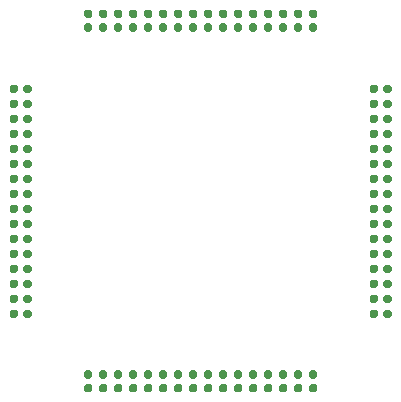
<source format=gbp>
%TF.GenerationSoftware,KiCad,Pcbnew,5.1.10*%
%TF.CreationDate,2021-10-22T01:17:49+03:00*%
%TF.ProjectId,breakouts_qfp,62726561-6b6f-4757-9473-5f7166702e6b,rev?*%
%TF.SameCoordinates,Original*%
%TF.FileFunction,Paste,Bot*%
%TF.FilePolarity,Positive*%
%FSLAX46Y46*%
G04 Gerber Fmt 4.6, Leading zero omitted, Abs format (unit mm)*
G04 Created by KiCad (PCBNEW 5.1.10) date 2021-10-22 01:17:49*
%MOMM*%
%LPD*%
G01*
G04 APERTURE LIST*
G04 APERTURE END LIST*
%TO.C,JP64*%
G36*
G01*
X140490000Y-86160000D02*
X140180000Y-86160000D01*
G75*
G02*
X140025000Y-86005000I0J155000D01*
G01*
X140025000Y-85580000D01*
G75*
G02*
X140180000Y-85425000I155000J0D01*
G01*
X140490000Y-85425000D01*
G75*
G02*
X140645000Y-85580000I0J-155000D01*
G01*
X140645000Y-86005000D01*
G75*
G02*
X140490000Y-86160000I-155000J0D01*
G01*
G37*
G36*
G01*
X140490000Y-87295000D02*
X140180000Y-87295000D01*
G75*
G02*
X140025000Y-87140000I0J155000D01*
G01*
X140025000Y-86715000D01*
G75*
G02*
X140180000Y-86560000I155000J0D01*
G01*
X140490000Y-86560000D01*
G75*
G02*
X140645000Y-86715000I0J-155000D01*
G01*
X140645000Y-87140000D01*
G75*
G02*
X140490000Y-87295000I-155000J0D01*
G01*
G37*
%TD*%
%TO.C,JP63*%
G36*
G01*
X139220000Y-86160000D02*
X138910000Y-86160000D01*
G75*
G02*
X138755000Y-86005000I0J155000D01*
G01*
X138755000Y-85580000D01*
G75*
G02*
X138910000Y-85425000I155000J0D01*
G01*
X139220000Y-85425000D01*
G75*
G02*
X139375000Y-85580000I0J-155000D01*
G01*
X139375000Y-86005000D01*
G75*
G02*
X139220000Y-86160000I-155000J0D01*
G01*
G37*
G36*
G01*
X139220000Y-87295000D02*
X138910000Y-87295000D01*
G75*
G02*
X138755000Y-87140000I0J155000D01*
G01*
X138755000Y-86715000D01*
G75*
G02*
X138910000Y-86560000I155000J0D01*
G01*
X139220000Y-86560000D01*
G75*
G02*
X139375000Y-86715000I0J-155000D01*
G01*
X139375000Y-87140000D01*
G75*
G02*
X139220000Y-87295000I-155000J0D01*
G01*
G37*
%TD*%
%TO.C,JP62*%
G36*
G01*
X137950000Y-86160000D02*
X137640000Y-86160000D01*
G75*
G02*
X137485000Y-86005000I0J155000D01*
G01*
X137485000Y-85580000D01*
G75*
G02*
X137640000Y-85425000I155000J0D01*
G01*
X137950000Y-85425000D01*
G75*
G02*
X138105000Y-85580000I0J-155000D01*
G01*
X138105000Y-86005000D01*
G75*
G02*
X137950000Y-86160000I-155000J0D01*
G01*
G37*
G36*
G01*
X137950000Y-87295000D02*
X137640000Y-87295000D01*
G75*
G02*
X137485000Y-87140000I0J155000D01*
G01*
X137485000Y-86715000D01*
G75*
G02*
X137640000Y-86560000I155000J0D01*
G01*
X137950000Y-86560000D01*
G75*
G02*
X138105000Y-86715000I0J-155000D01*
G01*
X138105000Y-87140000D01*
G75*
G02*
X137950000Y-87295000I-155000J0D01*
G01*
G37*
%TD*%
%TO.C,JP61*%
G36*
G01*
X136680000Y-86160000D02*
X136370000Y-86160000D01*
G75*
G02*
X136215000Y-86005000I0J155000D01*
G01*
X136215000Y-85580000D01*
G75*
G02*
X136370000Y-85425000I155000J0D01*
G01*
X136680000Y-85425000D01*
G75*
G02*
X136835000Y-85580000I0J-155000D01*
G01*
X136835000Y-86005000D01*
G75*
G02*
X136680000Y-86160000I-155000J0D01*
G01*
G37*
G36*
G01*
X136680000Y-87295000D02*
X136370000Y-87295000D01*
G75*
G02*
X136215000Y-87140000I0J155000D01*
G01*
X136215000Y-86715000D01*
G75*
G02*
X136370000Y-86560000I155000J0D01*
G01*
X136680000Y-86560000D01*
G75*
G02*
X136835000Y-86715000I0J-155000D01*
G01*
X136835000Y-87140000D01*
G75*
G02*
X136680000Y-87295000I-155000J0D01*
G01*
G37*
%TD*%
%TO.C,JP60*%
G36*
G01*
X135410000Y-86160000D02*
X135100000Y-86160000D01*
G75*
G02*
X134945000Y-86005000I0J155000D01*
G01*
X134945000Y-85580000D01*
G75*
G02*
X135100000Y-85425000I155000J0D01*
G01*
X135410000Y-85425000D01*
G75*
G02*
X135565000Y-85580000I0J-155000D01*
G01*
X135565000Y-86005000D01*
G75*
G02*
X135410000Y-86160000I-155000J0D01*
G01*
G37*
G36*
G01*
X135410000Y-87295000D02*
X135100000Y-87295000D01*
G75*
G02*
X134945000Y-87140000I0J155000D01*
G01*
X134945000Y-86715000D01*
G75*
G02*
X135100000Y-86560000I155000J0D01*
G01*
X135410000Y-86560000D01*
G75*
G02*
X135565000Y-86715000I0J-155000D01*
G01*
X135565000Y-87140000D01*
G75*
G02*
X135410000Y-87295000I-155000J0D01*
G01*
G37*
%TD*%
%TO.C,JP59*%
G36*
G01*
X134140000Y-86160000D02*
X133830000Y-86160000D01*
G75*
G02*
X133675000Y-86005000I0J155000D01*
G01*
X133675000Y-85580000D01*
G75*
G02*
X133830000Y-85425000I155000J0D01*
G01*
X134140000Y-85425000D01*
G75*
G02*
X134295000Y-85580000I0J-155000D01*
G01*
X134295000Y-86005000D01*
G75*
G02*
X134140000Y-86160000I-155000J0D01*
G01*
G37*
G36*
G01*
X134140000Y-87295000D02*
X133830000Y-87295000D01*
G75*
G02*
X133675000Y-87140000I0J155000D01*
G01*
X133675000Y-86715000D01*
G75*
G02*
X133830000Y-86560000I155000J0D01*
G01*
X134140000Y-86560000D01*
G75*
G02*
X134295000Y-86715000I0J-155000D01*
G01*
X134295000Y-87140000D01*
G75*
G02*
X134140000Y-87295000I-155000J0D01*
G01*
G37*
%TD*%
%TO.C,JP58*%
G36*
G01*
X132870000Y-86160000D02*
X132560000Y-86160000D01*
G75*
G02*
X132405000Y-86005000I0J155000D01*
G01*
X132405000Y-85580000D01*
G75*
G02*
X132560000Y-85425000I155000J0D01*
G01*
X132870000Y-85425000D01*
G75*
G02*
X133025000Y-85580000I0J-155000D01*
G01*
X133025000Y-86005000D01*
G75*
G02*
X132870000Y-86160000I-155000J0D01*
G01*
G37*
G36*
G01*
X132870000Y-87295000D02*
X132560000Y-87295000D01*
G75*
G02*
X132405000Y-87140000I0J155000D01*
G01*
X132405000Y-86715000D01*
G75*
G02*
X132560000Y-86560000I155000J0D01*
G01*
X132870000Y-86560000D01*
G75*
G02*
X133025000Y-86715000I0J-155000D01*
G01*
X133025000Y-87140000D01*
G75*
G02*
X132870000Y-87295000I-155000J0D01*
G01*
G37*
%TD*%
%TO.C,JP57*%
G36*
G01*
X131600000Y-86160000D02*
X131290000Y-86160000D01*
G75*
G02*
X131135000Y-86005000I0J155000D01*
G01*
X131135000Y-85580000D01*
G75*
G02*
X131290000Y-85425000I155000J0D01*
G01*
X131600000Y-85425000D01*
G75*
G02*
X131755000Y-85580000I0J-155000D01*
G01*
X131755000Y-86005000D01*
G75*
G02*
X131600000Y-86160000I-155000J0D01*
G01*
G37*
G36*
G01*
X131600000Y-87295000D02*
X131290000Y-87295000D01*
G75*
G02*
X131135000Y-87140000I0J155000D01*
G01*
X131135000Y-86715000D01*
G75*
G02*
X131290000Y-86560000I155000J0D01*
G01*
X131600000Y-86560000D01*
G75*
G02*
X131755000Y-86715000I0J-155000D01*
G01*
X131755000Y-87140000D01*
G75*
G02*
X131600000Y-87295000I-155000J0D01*
G01*
G37*
%TD*%
%TO.C,JP56*%
G36*
G01*
X130330000Y-86160000D02*
X130020000Y-86160000D01*
G75*
G02*
X129865000Y-86005000I0J155000D01*
G01*
X129865000Y-85580000D01*
G75*
G02*
X130020000Y-85425000I155000J0D01*
G01*
X130330000Y-85425000D01*
G75*
G02*
X130485000Y-85580000I0J-155000D01*
G01*
X130485000Y-86005000D01*
G75*
G02*
X130330000Y-86160000I-155000J0D01*
G01*
G37*
G36*
G01*
X130330000Y-87295000D02*
X130020000Y-87295000D01*
G75*
G02*
X129865000Y-87140000I0J155000D01*
G01*
X129865000Y-86715000D01*
G75*
G02*
X130020000Y-86560000I155000J0D01*
G01*
X130330000Y-86560000D01*
G75*
G02*
X130485000Y-86715000I0J-155000D01*
G01*
X130485000Y-87140000D01*
G75*
G02*
X130330000Y-87295000I-155000J0D01*
G01*
G37*
%TD*%
%TO.C,JP55*%
G36*
G01*
X129060000Y-86160000D02*
X128750000Y-86160000D01*
G75*
G02*
X128595000Y-86005000I0J155000D01*
G01*
X128595000Y-85580000D01*
G75*
G02*
X128750000Y-85425000I155000J0D01*
G01*
X129060000Y-85425000D01*
G75*
G02*
X129215000Y-85580000I0J-155000D01*
G01*
X129215000Y-86005000D01*
G75*
G02*
X129060000Y-86160000I-155000J0D01*
G01*
G37*
G36*
G01*
X129060000Y-87295000D02*
X128750000Y-87295000D01*
G75*
G02*
X128595000Y-87140000I0J155000D01*
G01*
X128595000Y-86715000D01*
G75*
G02*
X128750000Y-86560000I155000J0D01*
G01*
X129060000Y-86560000D01*
G75*
G02*
X129215000Y-86715000I0J-155000D01*
G01*
X129215000Y-87140000D01*
G75*
G02*
X129060000Y-87295000I-155000J0D01*
G01*
G37*
%TD*%
%TO.C,JP54*%
G36*
G01*
X127790000Y-86160000D02*
X127480000Y-86160000D01*
G75*
G02*
X127325000Y-86005000I0J155000D01*
G01*
X127325000Y-85580000D01*
G75*
G02*
X127480000Y-85425000I155000J0D01*
G01*
X127790000Y-85425000D01*
G75*
G02*
X127945000Y-85580000I0J-155000D01*
G01*
X127945000Y-86005000D01*
G75*
G02*
X127790000Y-86160000I-155000J0D01*
G01*
G37*
G36*
G01*
X127790000Y-87295000D02*
X127480000Y-87295000D01*
G75*
G02*
X127325000Y-87140000I0J155000D01*
G01*
X127325000Y-86715000D01*
G75*
G02*
X127480000Y-86560000I155000J0D01*
G01*
X127790000Y-86560000D01*
G75*
G02*
X127945000Y-86715000I0J-155000D01*
G01*
X127945000Y-87140000D01*
G75*
G02*
X127790000Y-87295000I-155000J0D01*
G01*
G37*
%TD*%
%TO.C,JP53*%
G36*
G01*
X126520000Y-86160000D02*
X126210000Y-86160000D01*
G75*
G02*
X126055000Y-86005000I0J155000D01*
G01*
X126055000Y-85580000D01*
G75*
G02*
X126210000Y-85425000I155000J0D01*
G01*
X126520000Y-85425000D01*
G75*
G02*
X126675000Y-85580000I0J-155000D01*
G01*
X126675000Y-86005000D01*
G75*
G02*
X126520000Y-86160000I-155000J0D01*
G01*
G37*
G36*
G01*
X126520000Y-87295000D02*
X126210000Y-87295000D01*
G75*
G02*
X126055000Y-87140000I0J155000D01*
G01*
X126055000Y-86715000D01*
G75*
G02*
X126210000Y-86560000I155000J0D01*
G01*
X126520000Y-86560000D01*
G75*
G02*
X126675000Y-86715000I0J-155000D01*
G01*
X126675000Y-87140000D01*
G75*
G02*
X126520000Y-87295000I-155000J0D01*
G01*
G37*
%TD*%
%TO.C,JP52*%
G36*
G01*
X125250000Y-86160000D02*
X124940000Y-86160000D01*
G75*
G02*
X124785000Y-86005000I0J155000D01*
G01*
X124785000Y-85580000D01*
G75*
G02*
X124940000Y-85425000I155000J0D01*
G01*
X125250000Y-85425000D01*
G75*
G02*
X125405000Y-85580000I0J-155000D01*
G01*
X125405000Y-86005000D01*
G75*
G02*
X125250000Y-86160000I-155000J0D01*
G01*
G37*
G36*
G01*
X125250000Y-87295000D02*
X124940000Y-87295000D01*
G75*
G02*
X124785000Y-87140000I0J155000D01*
G01*
X124785000Y-86715000D01*
G75*
G02*
X124940000Y-86560000I155000J0D01*
G01*
X125250000Y-86560000D01*
G75*
G02*
X125405000Y-86715000I0J-155000D01*
G01*
X125405000Y-87140000D01*
G75*
G02*
X125250000Y-87295000I-155000J0D01*
G01*
G37*
%TD*%
%TO.C,JP51*%
G36*
G01*
X123980000Y-86160000D02*
X123670000Y-86160000D01*
G75*
G02*
X123515000Y-86005000I0J155000D01*
G01*
X123515000Y-85580000D01*
G75*
G02*
X123670000Y-85425000I155000J0D01*
G01*
X123980000Y-85425000D01*
G75*
G02*
X124135000Y-85580000I0J-155000D01*
G01*
X124135000Y-86005000D01*
G75*
G02*
X123980000Y-86160000I-155000J0D01*
G01*
G37*
G36*
G01*
X123980000Y-87295000D02*
X123670000Y-87295000D01*
G75*
G02*
X123515000Y-87140000I0J155000D01*
G01*
X123515000Y-86715000D01*
G75*
G02*
X123670000Y-86560000I155000J0D01*
G01*
X123980000Y-86560000D01*
G75*
G02*
X124135000Y-86715000I0J-155000D01*
G01*
X124135000Y-87140000D01*
G75*
G02*
X123980000Y-87295000I-155000J0D01*
G01*
G37*
%TD*%
%TO.C,JP50*%
G36*
G01*
X122710000Y-86160000D02*
X122400000Y-86160000D01*
G75*
G02*
X122245000Y-86005000I0J155000D01*
G01*
X122245000Y-85580000D01*
G75*
G02*
X122400000Y-85425000I155000J0D01*
G01*
X122710000Y-85425000D01*
G75*
G02*
X122865000Y-85580000I0J-155000D01*
G01*
X122865000Y-86005000D01*
G75*
G02*
X122710000Y-86160000I-155000J0D01*
G01*
G37*
G36*
G01*
X122710000Y-87295000D02*
X122400000Y-87295000D01*
G75*
G02*
X122245000Y-87140000I0J155000D01*
G01*
X122245000Y-86715000D01*
G75*
G02*
X122400000Y-86560000I155000J0D01*
G01*
X122710000Y-86560000D01*
G75*
G02*
X122865000Y-86715000I0J-155000D01*
G01*
X122865000Y-87140000D01*
G75*
G02*
X122710000Y-87295000I-155000J0D01*
G01*
G37*
%TD*%
%TO.C,JP49*%
G36*
G01*
X121440000Y-86160000D02*
X121130000Y-86160000D01*
G75*
G02*
X120975000Y-86005000I0J155000D01*
G01*
X120975000Y-85580000D01*
G75*
G02*
X121130000Y-85425000I155000J0D01*
G01*
X121440000Y-85425000D01*
G75*
G02*
X121595000Y-85580000I0J-155000D01*
G01*
X121595000Y-86005000D01*
G75*
G02*
X121440000Y-86160000I-155000J0D01*
G01*
G37*
G36*
G01*
X121440000Y-87295000D02*
X121130000Y-87295000D01*
G75*
G02*
X120975000Y-87140000I0J155000D01*
G01*
X120975000Y-86715000D01*
G75*
G02*
X121130000Y-86560000I155000J0D01*
G01*
X121440000Y-86560000D01*
G75*
G02*
X121595000Y-86715000I0J-155000D01*
G01*
X121595000Y-87140000D01*
G75*
G02*
X121440000Y-87295000I-155000J0D01*
G01*
G37*
%TD*%
%TO.C,JP48*%
G36*
G01*
X145850000Y-80490000D02*
X145850000Y-80800000D01*
G75*
G02*
X145695000Y-80955000I-155000J0D01*
G01*
X145270000Y-80955000D01*
G75*
G02*
X145115000Y-80800000I0J155000D01*
G01*
X145115000Y-80490000D01*
G75*
G02*
X145270000Y-80335000I155000J0D01*
G01*
X145695000Y-80335000D01*
G75*
G02*
X145850000Y-80490000I0J-155000D01*
G01*
G37*
G36*
G01*
X146985000Y-80490000D02*
X146985000Y-80800000D01*
G75*
G02*
X146830000Y-80955000I-155000J0D01*
G01*
X146405000Y-80955000D01*
G75*
G02*
X146250000Y-80800000I0J155000D01*
G01*
X146250000Y-80490000D01*
G75*
G02*
X146405000Y-80335000I155000J0D01*
G01*
X146830000Y-80335000D01*
G75*
G02*
X146985000Y-80490000I0J-155000D01*
G01*
G37*
%TD*%
%TO.C,JP47*%
G36*
G01*
X115770000Y-80800000D02*
X115770000Y-80490000D01*
G75*
G02*
X115925000Y-80335000I155000J0D01*
G01*
X116350000Y-80335000D01*
G75*
G02*
X116505000Y-80490000I0J-155000D01*
G01*
X116505000Y-80800000D01*
G75*
G02*
X116350000Y-80955000I-155000J0D01*
G01*
X115925000Y-80955000D01*
G75*
G02*
X115770000Y-80800000I0J155000D01*
G01*
G37*
G36*
G01*
X114635000Y-80800000D02*
X114635000Y-80490000D01*
G75*
G02*
X114790000Y-80335000I155000J0D01*
G01*
X115215000Y-80335000D01*
G75*
G02*
X115370000Y-80490000I0J-155000D01*
G01*
X115370000Y-80800000D01*
G75*
G02*
X115215000Y-80955000I-155000J0D01*
G01*
X114790000Y-80955000D01*
G75*
G02*
X114635000Y-80800000I0J155000D01*
G01*
G37*
%TD*%
%TO.C,JP46*%
G36*
G01*
X145850000Y-79220000D02*
X145850000Y-79530000D01*
G75*
G02*
X145695000Y-79685000I-155000J0D01*
G01*
X145270000Y-79685000D01*
G75*
G02*
X145115000Y-79530000I0J155000D01*
G01*
X145115000Y-79220000D01*
G75*
G02*
X145270000Y-79065000I155000J0D01*
G01*
X145695000Y-79065000D01*
G75*
G02*
X145850000Y-79220000I0J-155000D01*
G01*
G37*
G36*
G01*
X146985000Y-79220000D02*
X146985000Y-79530000D01*
G75*
G02*
X146830000Y-79685000I-155000J0D01*
G01*
X146405000Y-79685000D01*
G75*
G02*
X146250000Y-79530000I0J155000D01*
G01*
X146250000Y-79220000D01*
G75*
G02*
X146405000Y-79065000I155000J0D01*
G01*
X146830000Y-79065000D01*
G75*
G02*
X146985000Y-79220000I0J-155000D01*
G01*
G37*
%TD*%
%TO.C,JP45*%
G36*
G01*
X115770000Y-79530000D02*
X115770000Y-79220000D01*
G75*
G02*
X115925000Y-79065000I155000J0D01*
G01*
X116350000Y-79065000D01*
G75*
G02*
X116505000Y-79220000I0J-155000D01*
G01*
X116505000Y-79530000D01*
G75*
G02*
X116350000Y-79685000I-155000J0D01*
G01*
X115925000Y-79685000D01*
G75*
G02*
X115770000Y-79530000I0J155000D01*
G01*
G37*
G36*
G01*
X114635000Y-79530000D02*
X114635000Y-79220000D01*
G75*
G02*
X114790000Y-79065000I155000J0D01*
G01*
X115215000Y-79065000D01*
G75*
G02*
X115370000Y-79220000I0J-155000D01*
G01*
X115370000Y-79530000D01*
G75*
G02*
X115215000Y-79685000I-155000J0D01*
G01*
X114790000Y-79685000D01*
G75*
G02*
X114635000Y-79530000I0J155000D01*
G01*
G37*
%TD*%
%TO.C,JP44*%
G36*
G01*
X145850000Y-77950000D02*
X145850000Y-78260000D01*
G75*
G02*
X145695000Y-78415000I-155000J0D01*
G01*
X145270000Y-78415000D01*
G75*
G02*
X145115000Y-78260000I0J155000D01*
G01*
X145115000Y-77950000D01*
G75*
G02*
X145270000Y-77795000I155000J0D01*
G01*
X145695000Y-77795000D01*
G75*
G02*
X145850000Y-77950000I0J-155000D01*
G01*
G37*
G36*
G01*
X146985000Y-77950000D02*
X146985000Y-78260000D01*
G75*
G02*
X146830000Y-78415000I-155000J0D01*
G01*
X146405000Y-78415000D01*
G75*
G02*
X146250000Y-78260000I0J155000D01*
G01*
X146250000Y-77950000D01*
G75*
G02*
X146405000Y-77795000I155000J0D01*
G01*
X146830000Y-77795000D01*
G75*
G02*
X146985000Y-77950000I0J-155000D01*
G01*
G37*
%TD*%
%TO.C,JP43*%
G36*
G01*
X115770000Y-78260000D02*
X115770000Y-77950000D01*
G75*
G02*
X115925000Y-77795000I155000J0D01*
G01*
X116350000Y-77795000D01*
G75*
G02*
X116505000Y-77950000I0J-155000D01*
G01*
X116505000Y-78260000D01*
G75*
G02*
X116350000Y-78415000I-155000J0D01*
G01*
X115925000Y-78415000D01*
G75*
G02*
X115770000Y-78260000I0J155000D01*
G01*
G37*
G36*
G01*
X114635000Y-78260000D02*
X114635000Y-77950000D01*
G75*
G02*
X114790000Y-77795000I155000J0D01*
G01*
X115215000Y-77795000D01*
G75*
G02*
X115370000Y-77950000I0J-155000D01*
G01*
X115370000Y-78260000D01*
G75*
G02*
X115215000Y-78415000I-155000J0D01*
G01*
X114790000Y-78415000D01*
G75*
G02*
X114635000Y-78260000I0J155000D01*
G01*
G37*
%TD*%
%TO.C,JP42*%
G36*
G01*
X145850000Y-76680000D02*
X145850000Y-76990000D01*
G75*
G02*
X145695000Y-77145000I-155000J0D01*
G01*
X145270000Y-77145000D01*
G75*
G02*
X145115000Y-76990000I0J155000D01*
G01*
X145115000Y-76680000D01*
G75*
G02*
X145270000Y-76525000I155000J0D01*
G01*
X145695000Y-76525000D01*
G75*
G02*
X145850000Y-76680000I0J-155000D01*
G01*
G37*
G36*
G01*
X146985000Y-76680000D02*
X146985000Y-76990000D01*
G75*
G02*
X146830000Y-77145000I-155000J0D01*
G01*
X146405000Y-77145000D01*
G75*
G02*
X146250000Y-76990000I0J155000D01*
G01*
X146250000Y-76680000D01*
G75*
G02*
X146405000Y-76525000I155000J0D01*
G01*
X146830000Y-76525000D01*
G75*
G02*
X146985000Y-76680000I0J-155000D01*
G01*
G37*
%TD*%
%TO.C,JP41*%
G36*
G01*
X115770000Y-76990000D02*
X115770000Y-76680000D01*
G75*
G02*
X115925000Y-76525000I155000J0D01*
G01*
X116350000Y-76525000D01*
G75*
G02*
X116505000Y-76680000I0J-155000D01*
G01*
X116505000Y-76990000D01*
G75*
G02*
X116350000Y-77145000I-155000J0D01*
G01*
X115925000Y-77145000D01*
G75*
G02*
X115770000Y-76990000I0J155000D01*
G01*
G37*
G36*
G01*
X114635000Y-76990000D02*
X114635000Y-76680000D01*
G75*
G02*
X114790000Y-76525000I155000J0D01*
G01*
X115215000Y-76525000D01*
G75*
G02*
X115370000Y-76680000I0J-155000D01*
G01*
X115370000Y-76990000D01*
G75*
G02*
X115215000Y-77145000I-155000J0D01*
G01*
X114790000Y-77145000D01*
G75*
G02*
X114635000Y-76990000I0J155000D01*
G01*
G37*
%TD*%
%TO.C,JP40*%
G36*
G01*
X145850000Y-75410000D02*
X145850000Y-75720000D01*
G75*
G02*
X145695000Y-75875000I-155000J0D01*
G01*
X145270000Y-75875000D01*
G75*
G02*
X145115000Y-75720000I0J155000D01*
G01*
X145115000Y-75410000D01*
G75*
G02*
X145270000Y-75255000I155000J0D01*
G01*
X145695000Y-75255000D01*
G75*
G02*
X145850000Y-75410000I0J-155000D01*
G01*
G37*
G36*
G01*
X146985000Y-75410000D02*
X146985000Y-75720000D01*
G75*
G02*
X146830000Y-75875000I-155000J0D01*
G01*
X146405000Y-75875000D01*
G75*
G02*
X146250000Y-75720000I0J155000D01*
G01*
X146250000Y-75410000D01*
G75*
G02*
X146405000Y-75255000I155000J0D01*
G01*
X146830000Y-75255000D01*
G75*
G02*
X146985000Y-75410000I0J-155000D01*
G01*
G37*
%TD*%
%TO.C,JP39*%
G36*
G01*
X115770000Y-75720000D02*
X115770000Y-75410000D01*
G75*
G02*
X115925000Y-75255000I155000J0D01*
G01*
X116350000Y-75255000D01*
G75*
G02*
X116505000Y-75410000I0J-155000D01*
G01*
X116505000Y-75720000D01*
G75*
G02*
X116350000Y-75875000I-155000J0D01*
G01*
X115925000Y-75875000D01*
G75*
G02*
X115770000Y-75720000I0J155000D01*
G01*
G37*
G36*
G01*
X114635000Y-75720000D02*
X114635000Y-75410000D01*
G75*
G02*
X114790000Y-75255000I155000J0D01*
G01*
X115215000Y-75255000D01*
G75*
G02*
X115370000Y-75410000I0J-155000D01*
G01*
X115370000Y-75720000D01*
G75*
G02*
X115215000Y-75875000I-155000J0D01*
G01*
X114790000Y-75875000D01*
G75*
G02*
X114635000Y-75720000I0J155000D01*
G01*
G37*
%TD*%
%TO.C,JP38*%
G36*
G01*
X145850000Y-74140000D02*
X145850000Y-74450000D01*
G75*
G02*
X145695000Y-74605000I-155000J0D01*
G01*
X145270000Y-74605000D01*
G75*
G02*
X145115000Y-74450000I0J155000D01*
G01*
X145115000Y-74140000D01*
G75*
G02*
X145270000Y-73985000I155000J0D01*
G01*
X145695000Y-73985000D01*
G75*
G02*
X145850000Y-74140000I0J-155000D01*
G01*
G37*
G36*
G01*
X146985000Y-74140000D02*
X146985000Y-74450000D01*
G75*
G02*
X146830000Y-74605000I-155000J0D01*
G01*
X146405000Y-74605000D01*
G75*
G02*
X146250000Y-74450000I0J155000D01*
G01*
X146250000Y-74140000D01*
G75*
G02*
X146405000Y-73985000I155000J0D01*
G01*
X146830000Y-73985000D01*
G75*
G02*
X146985000Y-74140000I0J-155000D01*
G01*
G37*
%TD*%
%TO.C,JP37*%
G36*
G01*
X115770000Y-74450000D02*
X115770000Y-74140000D01*
G75*
G02*
X115925000Y-73985000I155000J0D01*
G01*
X116350000Y-73985000D01*
G75*
G02*
X116505000Y-74140000I0J-155000D01*
G01*
X116505000Y-74450000D01*
G75*
G02*
X116350000Y-74605000I-155000J0D01*
G01*
X115925000Y-74605000D01*
G75*
G02*
X115770000Y-74450000I0J155000D01*
G01*
G37*
G36*
G01*
X114635000Y-74450000D02*
X114635000Y-74140000D01*
G75*
G02*
X114790000Y-73985000I155000J0D01*
G01*
X115215000Y-73985000D01*
G75*
G02*
X115370000Y-74140000I0J-155000D01*
G01*
X115370000Y-74450000D01*
G75*
G02*
X115215000Y-74605000I-155000J0D01*
G01*
X114790000Y-74605000D01*
G75*
G02*
X114635000Y-74450000I0J155000D01*
G01*
G37*
%TD*%
%TO.C,JP36*%
G36*
G01*
X145850000Y-72870000D02*
X145850000Y-73180000D01*
G75*
G02*
X145695000Y-73335000I-155000J0D01*
G01*
X145270000Y-73335000D01*
G75*
G02*
X145115000Y-73180000I0J155000D01*
G01*
X145115000Y-72870000D01*
G75*
G02*
X145270000Y-72715000I155000J0D01*
G01*
X145695000Y-72715000D01*
G75*
G02*
X145850000Y-72870000I0J-155000D01*
G01*
G37*
G36*
G01*
X146985000Y-72870000D02*
X146985000Y-73180000D01*
G75*
G02*
X146830000Y-73335000I-155000J0D01*
G01*
X146405000Y-73335000D01*
G75*
G02*
X146250000Y-73180000I0J155000D01*
G01*
X146250000Y-72870000D01*
G75*
G02*
X146405000Y-72715000I155000J0D01*
G01*
X146830000Y-72715000D01*
G75*
G02*
X146985000Y-72870000I0J-155000D01*
G01*
G37*
%TD*%
%TO.C,JP35*%
G36*
G01*
X115770000Y-73180000D02*
X115770000Y-72870000D01*
G75*
G02*
X115925000Y-72715000I155000J0D01*
G01*
X116350000Y-72715000D01*
G75*
G02*
X116505000Y-72870000I0J-155000D01*
G01*
X116505000Y-73180000D01*
G75*
G02*
X116350000Y-73335000I-155000J0D01*
G01*
X115925000Y-73335000D01*
G75*
G02*
X115770000Y-73180000I0J155000D01*
G01*
G37*
G36*
G01*
X114635000Y-73180000D02*
X114635000Y-72870000D01*
G75*
G02*
X114790000Y-72715000I155000J0D01*
G01*
X115215000Y-72715000D01*
G75*
G02*
X115370000Y-72870000I0J-155000D01*
G01*
X115370000Y-73180000D01*
G75*
G02*
X115215000Y-73335000I-155000J0D01*
G01*
X114790000Y-73335000D01*
G75*
G02*
X114635000Y-73180000I0J155000D01*
G01*
G37*
%TD*%
%TO.C,JP34*%
G36*
G01*
X145850000Y-71600000D02*
X145850000Y-71910000D01*
G75*
G02*
X145695000Y-72065000I-155000J0D01*
G01*
X145270000Y-72065000D01*
G75*
G02*
X145115000Y-71910000I0J155000D01*
G01*
X145115000Y-71600000D01*
G75*
G02*
X145270000Y-71445000I155000J0D01*
G01*
X145695000Y-71445000D01*
G75*
G02*
X145850000Y-71600000I0J-155000D01*
G01*
G37*
G36*
G01*
X146985000Y-71600000D02*
X146985000Y-71910000D01*
G75*
G02*
X146830000Y-72065000I-155000J0D01*
G01*
X146405000Y-72065000D01*
G75*
G02*
X146250000Y-71910000I0J155000D01*
G01*
X146250000Y-71600000D01*
G75*
G02*
X146405000Y-71445000I155000J0D01*
G01*
X146830000Y-71445000D01*
G75*
G02*
X146985000Y-71600000I0J-155000D01*
G01*
G37*
%TD*%
%TO.C,JP33*%
G36*
G01*
X115770000Y-71910000D02*
X115770000Y-71600000D01*
G75*
G02*
X115925000Y-71445000I155000J0D01*
G01*
X116350000Y-71445000D01*
G75*
G02*
X116505000Y-71600000I0J-155000D01*
G01*
X116505000Y-71910000D01*
G75*
G02*
X116350000Y-72065000I-155000J0D01*
G01*
X115925000Y-72065000D01*
G75*
G02*
X115770000Y-71910000I0J155000D01*
G01*
G37*
G36*
G01*
X114635000Y-71910000D02*
X114635000Y-71600000D01*
G75*
G02*
X114790000Y-71445000I155000J0D01*
G01*
X115215000Y-71445000D01*
G75*
G02*
X115370000Y-71600000I0J-155000D01*
G01*
X115370000Y-71910000D01*
G75*
G02*
X115215000Y-72065000I-155000J0D01*
G01*
X114790000Y-72065000D01*
G75*
G02*
X114635000Y-71910000I0J155000D01*
G01*
G37*
%TD*%
%TO.C,JP32*%
G36*
G01*
X145850000Y-70330000D02*
X145850000Y-70640000D01*
G75*
G02*
X145695000Y-70795000I-155000J0D01*
G01*
X145270000Y-70795000D01*
G75*
G02*
X145115000Y-70640000I0J155000D01*
G01*
X145115000Y-70330000D01*
G75*
G02*
X145270000Y-70175000I155000J0D01*
G01*
X145695000Y-70175000D01*
G75*
G02*
X145850000Y-70330000I0J-155000D01*
G01*
G37*
G36*
G01*
X146985000Y-70330000D02*
X146985000Y-70640000D01*
G75*
G02*
X146830000Y-70795000I-155000J0D01*
G01*
X146405000Y-70795000D01*
G75*
G02*
X146250000Y-70640000I0J155000D01*
G01*
X146250000Y-70330000D01*
G75*
G02*
X146405000Y-70175000I155000J0D01*
G01*
X146830000Y-70175000D01*
G75*
G02*
X146985000Y-70330000I0J-155000D01*
G01*
G37*
%TD*%
%TO.C,JP31*%
G36*
G01*
X115770000Y-70640000D02*
X115770000Y-70330000D01*
G75*
G02*
X115925000Y-70175000I155000J0D01*
G01*
X116350000Y-70175000D01*
G75*
G02*
X116505000Y-70330000I0J-155000D01*
G01*
X116505000Y-70640000D01*
G75*
G02*
X116350000Y-70795000I-155000J0D01*
G01*
X115925000Y-70795000D01*
G75*
G02*
X115770000Y-70640000I0J155000D01*
G01*
G37*
G36*
G01*
X114635000Y-70640000D02*
X114635000Y-70330000D01*
G75*
G02*
X114790000Y-70175000I155000J0D01*
G01*
X115215000Y-70175000D01*
G75*
G02*
X115370000Y-70330000I0J-155000D01*
G01*
X115370000Y-70640000D01*
G75*
G02*
X115215000Y-70795000I-155000J0D01*
G01*
X114790000Y-70795000D01*
G75*
G02*
X114635000Y-70640000I0J155000D01*
G01*
G37*
%TD*%
%TO.C,JP30*%
G36*
G01*
X145850000Y-69060000D02*
X145850000Y-69370000D01*
G75*
G02*
X145695000Y-69525000I-155000J0D01*
G01*
X145270000Y-69525000D01*
G75*
G02*
X145115000Y-69370000I0J155000D01*
G01*
X145115000Y-69060000D01*
G75*
G02*
X145270000Y-68905000I155000J0D01*
G01*
X145695000Y-68905000D01*
G75*
G02*
X145850000Y-69060000I0J-155000D01*
G01*
G37*
G36*
G01*
X146985000Y-69060000D02*
X146985000Y-69370000D01*
G75*
G02*
X146830000Y-69525000I-155000J0D01*
G01*
X146405000Y-69525000D01*
G75*
G02*
X146250000Y-69370000I0J155000D01*
G01*
X146250000Y-69060000D01*
G75*
G02*
X146405000Y-68905000I155000J0D01*
G01*
X146830000Y-68905000D01*
G75*
G02*
X146985000Y-69060000I0J-155000D01*
G01*
G37*
%TD*%
%TO.C,JP29*%
G36*
G01*
X115770000Y-69370000D02*
X115770000Y-69060000D01*
G75*
G02*
X115925000Y-68905000I155000J0D01*
G01*
X116350000Y-68905000D01*
G75*
G02*
X116505000Y-69060000I0J-155000D01*
G01*
X116505000Y-69370000D01*
G75*
G02*
X116350000Y-69525000I-155000J0D01*
G01*
X115925000Y-69525000D01*
G75*
G02*
X115770000Y-69370000I0J155000D01*
G01*
G37*
G36*
G01*
X114635000Y-69370000D02*
X114635000Y-69060000D01*
G75*
G02*
X114790000Y-68905000I155000J0D01*
G01*
X115215000Y-68905000D01*
G75*
G02*
X115370000Y-69060000I0J-155000D01*
G01*
X115370000Y-69370000D01*
G75*
G02*
X115215000Y-69525000I-155000J0D01*
G01*
X114790000Y-69525000D01*
G75*
G02*
X114635000Y-69370000I0J155000D01*
G01*
G37*
%TD*%
%TO.C,JP28*%
G36*
G01*
X145850000Y-67790000D02*
X145850000Y-68100000D01*
G75*
G02*
X145695000Y-68255000I-155000J0D01*
G01*
X145270000Y-68255000D01*
G75*
G02*
X145115000Y-68100000I0J155000D01*
G01*
X145115000Y-67790000D01*
G75*
G02*
X145270000Y-67635000I155000J0D01*
G01*
X145695000Y-67635000D01*
G75*
G02*
X145850000Y-67790000I0J-155000D01*
G01*
G37*
G36*
G01*
X146985000Y-67790000D02*
X146985000Y-68100000D01*
G75*
G02*
X146830000Y-68255000I-155000J0D01*
G01*
X146405000Y-68255000D01*
G75*
G02*
X146250000Y-68100000I0J155000D01*
G01*
X146250000Y-67790000D01*
G75*
G02*
X146405000Y-67635000I155000J0D01*
G01*
X146830000Y-67635000D01*
G75*
G02*
X146985000Y-67790000I0J-155000D01*
G01*
G37*
%TD*%
%TO.C,JP27*%
G36*
G01*
X115770000Y-68100000D02*
X115770000Y-67790000D01*
G75*
G02*
X115925000Y-67635000I155000J0D01*
G01*
X116350000Y-67635000D01*
G75*
G02*
X116505000Y-67790000I0J-155000D01*
G01*
X116505000Y-68100000D01*
G75*
G02*
X116350000Y-68255000I-155000J0D01*
G01*
X115925000Y-68255000D01*
G75*
G02*
X115770000Y-68100000I0J155000D01*
G01*
G37*
G36*
G01*
X114635000Y-68100000D02*
X114635000Y-67790000D01*
G75*
G02*
X114790000Y-67635000I155000J0D01*
G01*
X115215000Y-67635000D01*
G75*
G02*
X115370000Y-67790000I0J-155000D01*
G01*
X115370000Y-68100000D01*
G75*
G02*
X115215000Y-68255000I-155000J0D01*
G01*
X114790000Y-68255000D01*
G75*
G02*
X114635000Y-68100000I0J155000D01*
G01*
G37*
%TD*%
%TO.C,JP26*%
G36*
G01*
X145850000Y-66520000D02*
X145850000Y-66830000D01*
G75*
G02*
X145695000Y-66985000I-155000J0D01*
G01*
X145270000Y-66985000D01*
G75*
G02*
X145115000Y-66830000I0J155000D01*
G01*
X145115000Y-66520000D01*
G75*
G02*
X145270000Y-66365000I155000J0D01*
G01*
X145695000Y-66365000D01*
G75*
G02*
X145850000Y-66520000I0J-155000D01*
G01*
G37*
G36*
G01*
X146985000Y-66520000D02*
X146985000Y-66830000D01*
G75*
G02*
X146830000Y-66985000I-155000J0D01*
G01*
X146405000Y-66985000D01*
G75*
G02*
X146250000Y-66830000I0J155000D01*
G01*
X146250000Y-66520000D01*
G75*
G02*
X146405000Y-66365000I155000J0D01*
G01*
X146830000Y-66365000D01*
G75*
G02*
X146985000Y-66520000I0J-155000D01*
G01*
G37*
%TD*%
%TO.C,JP25*%
G36*
G01*
X115770000Y-66830000D02*
X115770000Y-66520000D01*
G75*
G02*
X115925000Y-66365000I155000J0D01*
G01*
X116350000Y-66365000D01*
G75*
G02*
X116505000Y-66520000I0J-155000D01*
G01*
X116505000Y-66830000D01*
G75*
G02*
X116350000Y-66985000I-155000J0D01*
G01*
X115925000Y-66985000D01*
G75*
G02*
X115770000Y-66830000I0J155000D01*
G01*
G37*
G36*
G01*
X114635000Y-66830000D02*
X114635000Y-66520000D01*
G75*
G02*
X114790000Y-66365000I155000J0D01*
G01*
X115215000Y-66365000D01*
G75*
G02*
X115370000Y-66520000I0J-155000D01*
G01*
X115370000Y-66830000D01*
G75*
G02*
X115215000Y-66985000I-155000J0D01*
G01*
X114790000Y-66985000D01*
G75*
G02*
X114635000Y-66830000I0J155000D01*
G01*
G37*
%TD*%
%TO.C,JP24*%
G36*
G01*
X145850000Y-65250000D02*
X145850000Y-65560000D01*
G75*
G02*
X145695000Y-65715000I-155000J0D01*
G01*
X145270000Y-65715000D01*
G75*
G02*
X145115000Y-65560000I0J155000D01*
G01*
X145115000Y-65250000D01*
G75*
G02*
X145270000Y-65095000I155000J0D01*
G01*
X145695000Y-65095000D01*
G75*
G02*
X145850000Y-65250000I0J-155000D01*
G01*
G37*
G36*
G01*
X146985000Y-65250000D02*
X146985000Y-65560000D01*
G75*
G02*
X146830000Y-65715000I-155000J0D01*
G01*
X146405000Y-65715000D01*
G75*
G02*
X146250000Y-65560000I0J155000D01*
G01*
X146250000Y-65250000D01*
G75*
G02*
X146405000Y-65095000I155000J0D01*
G01*
X146830000Y-65095000D01*
G75*
G02*
X146985000Y-65250000I0J-155000D01*
G01*
G37*
%TD*%
%TO.C,JP23*%
G36*
G01*
X115770000Y-65560000D02*
X115770000Y-65250000D01*
G75*
G02*
X115925000Y-65095000I155000J0D01*
G01*
X116350000Y-65095000D01*
G75*
G02*
X116505000Y-65250000I0J-155000D01*
G01*
X116505000Y-65560000D01*
G75*
G02*
X116350000Y-65715000I-155000J0D01*
G01*
X115925000Y-65715000D01*
G75*
G02*
X115770000Y-65560000I0J155000D01*
G01*
G37*
G36*
G01*
X114635000Y-65560000D02*
X114635000Y-65250000D01*
G75*
G02*
X114790000Y-65095000I155000J0D01*
G01*
X115215000Y-65095000D01*
G75*
G02*
X115370000Y-65250000I0J-155000D01*
G01*
X115370000Y-65560000D01*
G75*
G02*
X115215000Y-65715000I-155000J0D01*
G01*
X114790000Y-65715000D01*
G75*
G02*
X114635000Y-65560000I0J155000D01*
G01*
G37*
%TD*%
%TO.C,JP22*%
G36*
G01*
X145850000Y-63980000D02*
X145850000Y-64290000D01*
G75*
G02*
X145695000Y-64445000I-155000J0D01*
G01*
X145270000Y-64445000D01*
G75*
G02*
X145115000Y-64290000I0J155000D01*
G01*
X145115000Y-63980000D01*
G75*
G02*
X145270000Y-63825000I155000J0D01*
G01*
X145695000Y-63825000D01*
G75*
G02*
X145850000Y-63980000I0J-155000D01*
G01*
G37*
G36*
G01*
X146985000Y-63980000D02*
X146985000Y-64290000D01*
G75*
G02*
X146830000Y-64445000I-155000J0D01*
G01*
X146405000Y-64445000D01*
G75*
G02*
X146250000Y-64290000I0J155000D01*
G01*
X146250000Y-63980000D01*
G75*
G02*
X146405000Y-63825000I155000J0D01*
G01*
X146830000Y-63825000D01*
G75*
G02*
X146985000Y-63980000I0J-155000D01*
G01*
G37*
%TD*%
%TO.C,JP21*%
G36*
G01*
X115770000Y-64290000D02*
X115770000Y-63980000D01*
G75*
G02*
X115925000Y-63825000I155000J0D01*
G01*
X116350000Y-63825000D01*
G75*
G02*
X116505000Y-63980000I0J-155000D01*
G01*
X116505000Y-64290000D01*
G75*
G02*
X116350000Y-64445000I-155000J0D01*
G01*
X115925000Y-64445000D01*
G75*
G02*
X115770000Y-64290000I0J155000D01*
G01*
G37*
G36*
G01*
X114635000Y-64290000D02*
X114635000Y-63980000D01*
G75*
G02*
X114790000Y-63825000I155000J0D01*
G01*
X115215000Y-63825000D01*
G75*
G02*
X115370000Y-63980000I0J-155000D01*
G01*
X115370000Y-64290000D01*
G75*
G02*
X115215000Y-64445000I-155000J0D01*
G01*
X114790000Y-64445000D01*
G75*
G02*
X114635000Y-64290000I0J155000D01*
G01*
G37*
%TD*%
%TO.C,JP20*%
G36*
G01*
X145850000Y-62710000D02*
X145850000Y-63020000D01*
G75*
G02*
X145695000Y-63175000I-155000J0D01*
G01*
X145270000Y-63175000D01*
G75*
G02*
X145115000Y-63020000I0J155000D01*
G01*
X145115000Y-62710000D01*
G75*
G02*
X145270000Y-62555000I155000J0D01*
G01*
X145695000Y-62555000D01*
G75*
G02*
X145850000Y-62710000I0J-155000D01*
G01*
G37*
G36*
G01*
X146985000Y-62710000D02*
X146985000Y-63020000D01*
G75*
G02*
X146830000Y-63175000I-155000J0D01*
G01*
X146405000Y-63175000D01*
G75*
G02*
X146250000Y-63020000I0J155000D01*
G01*
X146250000Y-62710000D01*
G75*
G02*
X146405000Y-62555000I155000J0D01*
G01*
X146830000Y-62555000D01*
G75*
G02*
X146985000Y-62710000I0J-155000D01*
G01*
G37*
%TD*%
%TO.C,JP19*%
G36*
G01*
X115770000Y-63020000D02*
X115770000Y-62710000D01*
G75*
G02*
X115925000Y-62555000I155000J0D01*
G01*
X116350000Y-62555000D01*
G75*
G02*
X116505000Y-62710000I0J-155000D01*
G01*
X116505000Y-63020000D01*
G75*
G02*
X116350000Y-63175000I-155000J0D01*
G01*
X115925000Y-63175000D01*
G75*
G02*
X115770000Y-63020000I0J155000D01*
G01*
G37*
G36*
G01*
X114635000Y-63020000D02*
X114635000Y-62710000D01*
G75*
G02*
X114790000Y-62555000I155000J0D01*
G01*
X115215000Y-62555000D01*
G75*
G02*
X115370000Y-62710000I0J-155000D01*
G01*
X115370000Y-63020000D01*
G75*
G02*
X115215000Y-63175000I-155000J0D01*
G01*
X114790000Y-63175000D01*
G75*
G02*
X114635000Y-63020000I0J155000D01*
G01*
G37*
%TD*%
%TO.C,JP18*%
G36*
G01*
X145850000Y-61440000D02*
X145850000Y-61750000D01*
G75*
G02*
X145695000Y-61905000I-155000J0D01*
G01*
X145270000Y-61905000D01*
G75*
G02*
X145115000Y-61750000I0J155000D01*
G01*
X145115000Y-61440000D01*
G75*
G02*
X145270000Y-61285000I155000J0D01*
G01*
X145695000Y-61285000D01*
G75*
G02*
X145850000Y-61440000I0J-155000D01*
G01*
G37*
G36*
G01*
X146985000Y-61440000D02*
X146985000Y-61750000D01*
G75*
G02*
X146830000Y-61905000I-155000J0D01*
G01*
X146405000Y-61905000D01*
G75*
G02*
X146250000Y-61750000I0J155000D01*
G01*
X146250000Y-61440000D01*
G75*
G02*
X146405000Y-61285000I155000J0D01*
G01*
X146830000Y-61285000D01*
G75*
G02*
X146985000Y-61440000I0J-155000D01*
G01*
G37*
%TD*%
%TO.C,JP17*%
G36*
G01*
X115770000Y-61750000D02*
X115770000Y-61440000D01*
G75*
G02*
X115925000Y-61285000I155000J0D01*
G01*
X116350000Y-61285000D01*
G75*
G02*
X116505000Y-61440000I0J-155000D01*
G01*
X116505000Y-61750000D01*
G75*
G02*
X116350000Y-61905000I-155000J0D01*
G01*
X115925000Y-61905000D01*
G75*
G02*
X115770000Y-61750000I0J155000D01*
G01*
G37*
G36*
G01*
X114635000Y-61750000D02*
X114635000Y-61440000D01*
G75*
G02*
X114790000Y-61285000I155000J0D01*
G01*
X115215000Y-61285000D01*
G75*
G02*
X115370000Y-61440000I0J-155000D01*
G01*
X115370000Y-61750000D01*
G75*
G02*
X115215000Y-61905000I-155000J0D01*
G01*
X114790000Y-61905000D01*
G75*
G02*
X114635000Y-61750000I0J155000D01*
G01*
G37*
%TD*%
%TO.C,JP16*%
G36*
G01*
X140180000Y-56012500D02*
X140490000Y-56012500D01*
G75*
G02*
X140645000Y-56167500I0J-155000D01*
G01*
X140645000Y-56592500D01*
G75*
G02*
X140490000Y-56747500I-155000J0D01*
G01*
X140180000Y-56747500D01*
G75*
G02*
X140025000Y-56592500I0J155000D01*
G01*
X140025000Y-56167500D01*
G75*
G02*
X140180000Y-56012500I155000J0D01*
G01*
G37*
G36*
G01*
X140180000Y-54877500D02*
X140490000Y-54877500D01*
G75*
G02*
X140645000Y-55032500I0J-155000D01*
G01*
X140645000Y-55457500D01*
G75*
G02*
X140490000Y-55612500I-155000J0D01*
G01*
X140180000Y-55612500D01*
G75*
G02*
X140025000Y-55457500I0J155000D01*
G01*
X140025000Y-55032500D01*
G75*
G02*
X140180000Y-54877500I155000J0D01*
G01*
G37*
%TD*%
%TO.C,JP15*%
G36*
G01*
X138910000Y-56012500D02*
X139220000Y-56012500D01*
G75*
G02*
X139375000Y-56167500I0J-155000D01*
G01*
X139375000Y-56592500D01*
G75*
G02*
X139220000Y-56747500I-155000J0D01*
G01*
X138910000Y-56747500D01*
G75*
G02*
X138755000Y-56592500I0J155000D01*
G01*
X138755000Y-56167500D01*
G75*
G02*
X138910000Y-56012500I155000J0D01*
G01*
G37*
G36*
G01*
X138910000Y-54877500D02*
X139220000Y-54877500D01*
G75*
G02*
X139375000Y-55032500I0J-155000D01*
G01*
X139375000Y-55457500D01*
G75*
G02*
X139220000Y-55612500I-155000J0D01*
G01*
X138910000Y-55612500D01*
G75*
G02*
X138755000Y-55457500I0J155000D01*
G01*
X138755000Y-55032500D01*
G75*
G02*
X138910000Y-54877500I155000J0D01*
G01*
G37*
%TD*%
%TO.C,JP14*%
G36*
G01*
X137640000Y-56012500D02*
X137950000Y-56012500D01*
G75*
G02*
X138105000Y-56167500I0J-155000D01*
G01*
X138105000Y-56592500D01*
G75*
G02*
X137950000Y-56747500I-155000J0D01*
G01*
X137640000Y-56747500D01*
G75*
G02*
X137485000Y-56592500I0J155000D01*
G01*
X137485000Y-56167500D01*
G75*
G02*
X137640000Y-56012500I155000J0D01*
G01*
G37*
G36*
G01*
X137640000Y-54877500D02*
X137950000Y-54877500D01*
G75*
G02*
X138105000Y-55032500I0J-155000D01*
G01*
X138105000Y-55457500D01*
G75*
G02*
X137950000Y-55612500I-155000J0D01*
G01*
X137640000Y-55612500D01*
G75*
G02*
X137485000Y-55457500I0J155000D01*
G01*
X137485000Y-55032500D01*
G75*
G02*
X137640000Y-54877500I155000J0D01*
G01*
G37*
%TD*%
%TO.C,JP13*%
G36*
G01*
X136370000Y-56012500D02*
X136680000Y-56012500D01*
G75*
G02*
X136835000Y-56167500I0J-155000D01*
G01*
X136835000Y-56592500D01*
G75*
G02*
X136680000Y-56747500I-155000J0D01*
G01*
X136370000Y-56747500D01*
G75*
G02*
X136215000Y-56592500I0J155000D01*
G01*
X136215000Y-56167500D01*
G75*
G02*
X136370000Y-56012500I155000J0D01*
G01*
G37*
G36*
G01*
X136370000Y-54877500D02*
X136680000Y-54877500D01*
G75*
G02*
X136835000Y-55032500I0J-155000D01*
G01*
X136835000Y-55457500D01*
G75*
G02*
X136680000Y-55612500I-155000J0D01*
G01*
X136370000Y-55612500D01*
G75*
G02*
X136215000Y-55457500I0J155000D01*
G01*
X136215000Y-55032500D01*
G75*
G02*
X136370000Y-54877500I155000J0D01*
G01*
G37*
%TD*%
%TO.C,JP12*%
G36*
G01*
X135100000Y-56012500D02*
X135410000Y-56012500D01*
G75*
G02*
X135565000Y-56167500I0J-155000D01*
G01*
X135565000Y-56592500D01*
G75*
G02*
X135410000Y-56747500I-155000J0D01*
G01*
X135100000Y-56747500D01*
G75*
G02*
X134945000Y-56592500I0J155000D01*
G01*
X134945000Y-56167500D01*
G75*
G02*
X135100000Y-56012500I155000J0D01*
G01*
G37*
G36*
G01*
X135100000Y-54877500D02*
X135410000Y-54877500D01*
G75*
G02*
X135565000Y-55032500I0J-155000D01*
G01*
X135565000Y-55457500D01*
G75*
G02*
X135410000Y-55612500I-155000J0D01*
G01*
X135100000Y-55612500D01*
G75*
G02*
X134945000Y-55457500I0J155000D01*
G01*
X134945000Y-55032500D01*
G75*
G02*
X135100000Y-54877500I155000J0D01*
G01*
G37*
%TD*%
%TO.C,JP11*%
G36*
G01*
X133830000Y-56012500D02*
X134140000Y-56012500D01*
G75*
G02*
X134295000Y-56167500I0J-155000D01*
G01*
X134295000Y-56592500D01*
G75*
G02*
X134140000Y-56747500I-155000J0D01*
G01*
X133830000Y-56747500D01*
G75*
G02*
X133675000Y-56592500I0J155000D01*
G01*
X133675000Y-56167500D01*
G75*
G02*
X133830000Y-56012500I155000J0D01*
G01*
G37*
G36*
G01*
X133830000Y-54877500D02*
X134140000Y-54877500D01*
G75*
G02*
X134295000Y-55032500I0J-155000D01*
G01*
X134295000Y-55457500D01*
G75*
G02*
X134140000Y-55612500I-155000J0D01*
G01*
X133830000Y-55612500D01*
G75*
G02*
X133675000Y-55457500I0J155000D01*
G01*
X133675000Y-55032500D01*
G75*
G02*
X133830000Y-54877500I155000J0D01*
G01*
G37*
%TD*%
%TO.C,JP10*%
G36*
G01*
X132560000Y-56012500D02*
X132870000Y-56012500D01*
G75*
G02*
X133025000Y-56167500I0J-155000D01*
G01*
X133025000Y-56592500D01*
G75*
G02*
X132870000Y-56747500I-155000J0D01*
G01*
X132560000Y-56747500D01*
G75*
G02*
X132405000Y-56592500I0J155000D01*
G01*
X132405000Y-56167500D01*
G75*
G02*
X132560000Y-56012500I155000J0D01*
G01*
G37*
G36*
G01*
X132560000Y-54877500D02*
X132870000Y-54877500D01*
G75*
G02*
X133025000Y-55032500I0J-155000D01*
G01*
X133025000Y-55457500D01*
G75*
G02*
X132870000Y-55612500I-155000J0D01*
G01*
X132560000Y-55612500D01*
G75*
G02*
X132405000Y-55457500I0J155000D01*
G01*
X132405000Y-55032500D01*
G75*
G02*
X132560000Y-54877500I155000J0D01*
G01*
G37*
%TD*%
%TO.C,JP9*%
G36*
G01*
X131290000Y-56012500D02*
X131600000Y-56012500D01*
G75*
G02*
X131755000Y-56167500I0J-155000D01*
G01*
X131755000Y-56592500D01*
G75*
G02*
X131600000Y-56747500I-155000J0D01*
G01*
X131290000Y-56747500D01*
G75*
G02*
X131135000Y-56592500I0J155000D01*
G01*
X131135000Y-56167500D01*
G75*
G02*
X131290000Y-56012500I155000J0D01*
G01*
G37*
G36*
G01*
X131290000Y-54877500D02*
X131600000Y-54877500D01*
G75*
G02*
X131755000Y-55032500I0J-155000D01*
G01*
X131755000Y-55457500D01*
G75*
G02*
X131600000Y-55612500I-155000J0D01*
G01*
X131290000Y-55612500D01*
G75*
G02*
X131135000Y-55457500I0J155000D01*
G01*
X131135000Y-55032500D01*
G75*
G02*
X131290000Y-54877500I155000J0D01*
G01*
G37*
%TD*%
%TO.C,JP8*%
G36*
G01*
X130020000Y-56012500D02*
X130330000Y-56012500D01*
G75*
G02*
X130485000Y-56167500I0J-155000D01*
G01*
X130485000Y-56592500D01*
G75*
G02*
X130330000Y-56747500I-155000J0D01*
G01*
X130020000Y-56747500D01*
G75*
G02*
X129865000Y-56592500I0J155000D01*
G01*
X129865000Y-56167500D01*
G75*
G02*
X130020000Y-56012500I155000J0D01*
G01*
G37*
G36*
G01*
X130020000Y-54877500D02*
X130330000Y-54877500D01*
G75*
G02*
X130485000Y-55032500I0J-155000D01*
G01*
X130485000Y-55457500D01*
G75*
G02*
X130330000Y-55612500I-155000J0D01*
G01*
X130020000Y-55612500D01*
G75*
G02*
X129865000Y-55457500I0J155000D01*
G01*
X129865000Y-55032500D01*
G75*
G02*
X130020000Y-54877500I155000J0D01*
G01*
G37*
%TD*%
%TO.C,JP7*%
G36*
G01*
X128750000Y-56012500D02*
X129060000Y-56012500D01*
G75*
G02*
X129215000Y-56167500I0J-155000D01*
G01*
X129215000Y-56592500D01*
G75*
G02*
X129060000Y-56747500I-155000J0D01*
G01*
X128750000Y-56747500D01*
G75*
G02*
X128595000Y-56592500I0J155000D01*
G01*
X128595000Y-56167500D01*
G75*
G02*
X128750000Y-56012500I155000J0D01*
G01*
G37*
G36*
G01*
X128750000Y-54877500D02*
X129060000Y-54877500D01*
G75*
G02*
X129215000Y-55032500I0J-155000D01*
G01*
X129215000Y-55457500D01*
G75*
G02*
X129060000Y-55612500I-155000J0D01*
G01*
X128750000Y-55612500D01*
G75*
G02*
X128595000Y-55457500I0J155000D01*
G01*
X128595000Y-55032500D01*
G75*
G02*
X128750000Y-54877500I155000J0D01*
G01*
G37*
%TD*%
%TO.C,JP6*%
G36*
G01*
X127480000Y-56012500D02*
X127790000Y-56012500D01*
G75*
G02*
X127945000Y-56167500I0J-155000D01*
G01*
X127945000Y-56592500D01*
G75*
G02*
X127790000Y-56747500I-155000J0D01*
G01*
X127480000Y-56747500D01*
G75*
G02*
X127325000Y-56592500I0J155000D01*
G01*
X127325000Y-56167500D01*
G75*
G02*
X127480000Y-56012500I155000J0D01*
G01*
G37*
G36*
G01*
X127480000Y-54877500D02*
X127790000Y-54877500D01*
G75*
G02*
X127945000Y-55032500I0J-155000D01*
G01*
X127945000Y-55457500D01*
G75*
G02*
X127790000Y-55612500I-155000J0D01*
G01*
X127480000Y-55612500D01*
G75*
G02*
X127325000Y-55457500I0J155000D01*
G01*
X127325000Y-55032500D01*
G75*
G02*
X127480000Y-54877500I155000J0D01*
G01*
G37*
%TD*%
%TO.C,JP5*%
G36*
G01*
X126210000Y-56012500D02*
X126520000Y-56012500D01*
G75*
G02*
X126675000Y-56167500I0J-155000D01*
G01*
X126675000Y-56592500D01*
G75*
G02*
X126520000Y-56747500I-155000J0D01*
G01*
X126210000Y-56747500D01*
G75*
G02*
X126055000Y-56592500I0J155000D01*
G01*
X126055000Y-56167500D01*
G75*
G02*
X126210000Y-56012500I155000J0D01*
G01*
G37*
G36*
G01*
X126210000Y-54877500D02*
X126520000Y-54877500D01*
G75*
G02*
X126675000Y-55032500I0J-155000D01*
G01*
X126675000Y-55457500D01*
G75*
G02*
X126520000Y-55612500I-155000J0D01*
G01*
X126210000Y-55612500D01*
G75*
G02*
X126055000Y-55457500I0J155000D01*
G01*
X126055000Y-55032500D01*
G75*
G02*
X126210000Y-54877500I155000J0D01*
G01*
G37*
%TD*%
%TO.C,JP4*%
G36*
G01*
X124940000Y-56012500D02*
X125250000Y-56012500D01*
G75*
G02*
X125405000Y-56167500I0J-155000D01*
G01*
X125405000Y-56592500D01*
G75*
G02*
X125250000Y-56747500I-155000J0D01*
G01*
X124940000Y-56747500D01*
G75*
G02*
X124785000Y-56592500I0J155000D01*
G01*
X124785000Y-56167500D01*
G75*
G02*
X124940000Y-56012500I155000J0D01*
G01*
G37*
G36*
G01*
X124940000Y-54877500D02*
X125250000Y-54877500D01*
G75*
G02*
X125405000Y-55032500I0J-155000D01*
G01*
X125405000Y-55457500D01*
G75*
G02*
X125250000Y-55612500I-155000J0D01*
G01*
X124940000Y-55612500D01*
G75*
G02*
X124785000Y-55457500I0J155000D01*
G01*
X124785000Y-55032500D01*
G75*
G02*
X124940000Y-54877500I155000J0D01*
G01*
G37*
%TD*%
%TO.C,JP3*%
G36*
G01*
X123670000Y-56012500D02*
X123980000Y-56012500D01*
G75*
G02*
X124135000Y-56167500I0J-155000D01*
G01*
X124135000Y-56592500D01*
G75*
G02*
X123980000Y-56747500I-155000J0D01*
G01*
X123670000Y-56747500D01*
G75*
G02*
X123515000Y-56592500I0J155000D01*
G01*
X123515000Y-56167500D01*
G75*
G02*
X123670000Y-56012500I155000J0D01*
G01*
G37*
G36*
G01*
X123670000Y-54877500D02*
X123980000Y-54877500D01*
G75*
G02*
X124135000Y-55032500I0J-155000D01*
G01*
X124135000Y-55457500D01*
G75*
G02*
X123980000Y-55612500I-155000J0D01*
G01*
X123670000Y-55612500D01*
G75*
G02*
X123515000Y-55457500I0J155000D01*
G01*
X123515000Y-55032500D01*
G75*
G02*
X123670000Y-54877500I155000J0D01*
G01*
G37*
%TD*%
%TO.C,JP2*%
G36*
G01*
X122400000Y-56012500D02*
X122710000Y-56012500D01*
G75*
G02*
X122865000Y-56167500I0J-155000D01*
G01*
X122865000Y-56592500D01*
G75*
G02*
X122710000Y-56747500I-155000J0D01*
G01*
X122400000Y-56747500D01*
G75*
G02*
X122245000Y-56592500I0J155000D01*
G01*
X122245000Y-56167500D01*
G75*
G02*
X122400000Y-56012500I155000J0D01*
G01*
G37*
G36*
G01*
X122400000Y-54877500D02*
X122710000Y-54877500D01*
G75*
G02*
X122865000Y-55032500I0J-155000D01*
G01*
X122865000Y-55457500D01*
G75*
G02*
X122710000Y-55612500I-155000J0D01*
G01*
X122400000Y-55612500D01*
G75*
G02*
X122245000Y-55457500I0J155000D01*
G01*
X122245000Y-55032500D01*
G75*
G02*
X122400000Y-54877500I155000J0D01*
G01*
G37*
%TD*%
%TO.C,JP1*%
G36*
G01*
X121130000Y-56012500D02*
X121440000Y-56012500D01*
G75*
G02*
X121595000Y-56167500I0J-155000D01*
G01*
X121595000Y-56592500D01*
G75*
G02*
X121440000Y-56747500I-155000J0D01*
G01*
X121130000Y-56747500D01*
G75*
G02*
X120975000Y-56592500I0J155000D01*
G01*
X120975000Y-56167500D01*
G75*
G02*
X121130000Y-56012500I155000J0D01*
G01*
G37*
G36*
G01*
X121130000Y-54877500D02*
X121440000Y-54877500D01*
G75*
G02*
X121595000Y-55032500I0J-155000D01*
G01*
X121595000Y-55457500D01*
G75*
G02*
X121440000Y-55612500I-155000J0D01*
G01*
X121130000Y-55612500D01*
G75*
G02*
X120975000Y-55457500I0J155000D01*
G01*
X120975000Y-55032500D01*
G75*
G02*
X121130000Y-54877500I155000J0D01*
G01*
G37*
%TD*%
M02*

</source>
